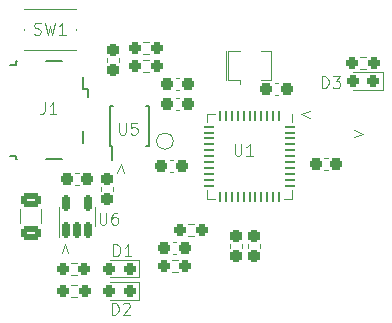
<source format=gto>
G04 #@! TF.GenerationSoftware,KiCad,Pcbnew,7.0.7*
G04 #@! TF.CreationDate,2023-10-21T10:48:55+02:00*
G04 #@! TF.ProjectId,halfduino,68616c66-6475-4696-9e6f-2e6b69636164,rev?*
G04 #@! TF.SameCoordinates,Original*
G04 #@! TF.FileFunction,Legend,Top*
G04 #@! TF.FilePolarity,Positive*
%FSLAX46Y46*%
G04 Gerber Fmt 4.6, Leading zero omitted, Abs format (unit mm)*
G04 Created by KiCad (PCBNEW 7.0.7) date 2023-10-21 10:48:55*
%MOMM*%
%LPD*%
G01*
G04 APERTURE LIST*
G04 Aperture macros list*
%AMRoundRect*
0 Rectangle with rounded corners*
0 $1 Rounding radius*
0 $2 $3 $4 $5 $6 $7 $8 $9 X,Y pos of 4 corners*
0 Add a 4 corners polygon primitive as box body*
4,1,4,$2,$3,$4,$5,$6,$7,$8,$9,$2,$3,0*
0 Add four circle primitives for the rounded corners*
1,1,$1+$1,$2,$3*
1,1,$1+$1,$4,$5*
1,1,$1+$1,$6,$7*
1,1,$1+$1,$8,$9*
0 Add four rect primitives between the rounded corners*
20,1,$1+$1,$2,$3,$4,$5,0*
20,1,$1+$1,$4,$5,$6,$7,0*
20,1,$1+$1,$6,$7,$8,$9,0*
20,1,$1+$1,$8,$9,$2,$3,0*%
G04 Aperture macros list end*
%ADD10C,0.125000*%
%ADD11C,0.120000*%
%ADD12C,0.150000*%
%ADD13C,1.000000*%
%ADD14O,1.000000X1.000000*%
%ADD15R,1.000000X1.000000*%
%ADD16RoundRect,0.062500X-0.062500X0.375000X-0.062500X-0.375000X0.062500X-0.375000X0.062500X0.375000X0*%
%ADD17RoundRect,0.062500X-0.375000X0.062500X-0.375000X-0.062500X0.375000X-0.062500X0.375000X0.062500X0*%
%ADD18RoundRect,0.237500X0.250000X0.237500X-0.250000X0.237500X-0.250000X-0.237500X0.250000X-0.237500X0*%
%ADD19RoundRect,0.237500X-0.300000X-0.237500X0.300000X-0.237500X0.300000X0.237500X-0.300000X0.237500X0*%
%ADD20RoundRect,0.237500X-0.250000X-0.237500X0.250000X-0.237500X0.250000X0.237500X-0.250000X0.237500X0*%
%ADD21RoundRect,0.237500X-0.237500X0.300000X-0.237500X-0.300000X0.237500X-0.300000X0.237500X0.300000X0*%
%ADD22RoundRect,0.237500X0.237500X-0.300000X0.237500X0.300000X-0.237500X0.300000X-0.237500X-0.300000X0*%
%ADD23RoundRect,0.237500X0.287500X0.237500X-0.287500X0.237500X-0.287500X-0.237500X0.287500X-0.237500X0*%
%ADD24RoundRect,0.237500X0.300000X0.237500X-0.300000X0.237500X-0.300000X-0.237500X0.300000X-0.237500X0*%
%ADD25RoundRect,0.250000X-0.625000X0.375000X-0.625000X-0.375000X0.625000X-0.375000X0.625000X0.375000X0*%
%ADD26O,0.800000X0.800000*%
%ADD27R,1.300000X0.450000*%
%ADD28O,1.800000X1.150000*%
%ADD29O,2.000000X1.450000*%
%ADD30R,0.300000X1.400000*%
%ADD31R,0.400000X1.900000*%
%ADD32RoundRect,0.150000X0.150000X-0.512500X0.150000X0.512500X-0.150000X0.512500X-0.150000X-0.512500X0*%
%ADD33R,1.050000X0.650000*%
G04 APERTURE END LIST*
D10*
X109280668Y-70391547D02*
X108518764Y-70105833D01*
X108518764Y-70105833D02*
X109280668Y-69820119D01*
X112969331Y-71467452D02*
X113731236Y-71753166D01*
X113731236Y-71753166D02*
X112969331Y-72038880D01*
X88231452Y-81848668D02*
X88517166Y-81086764D01*
X88517166Y-81086764D02*
X88802880Y-81848668D01*
X92930452Y-75117668D02*
X93216166Y-74355764D01*
X93216166Y-74355764D02*
X93501880Y-75117668D01*
X102870095Y-72608119D02*
X102870095Y-73417642D01*
X102870095Y-73417642D02*
X102917714Y-73512880D01*
X102917714Y-73512880D02*
X102965333Y-73560500D01*
X102965333Y-73560500D02*
X103060571Y-73608119D01*
X103060571Y-73608119D02*
X103251047Y-73608119D01*
X103251047Y-73608119D02*
X103346285Y-73560500D01*
X103346285Y-73560500D02*
X103393904Y-73512880D01*
X103393904Y-73512880D02*
X103441523Y-73417642D01*
X103441523Y-73417642D02*
X103441523Y-72608119D01*
X104441523Y-73608119D02*
X103870095Y-73608119D01*
X104155809Y-73608119D02*
X104155809Y-72608119D01*
X104155809Y-72608119D02*
X104060571Y-72750976D01*
X104060571Y-72750976D02*
X103965333Y-72846214D01*
X103965333Y-72846214D02*
X103870095Y-72893833D01*
X110259905Y-67893119D02*
X110259905Y-66893119D01*
X110259905Y-66893119D02*
X110498000Y-66893119D01*
X110498000Y-66893119D02*
X110640857Y-66940738D01*
X110640857Y-66940738D02*
X110736095Y-67035976D01*
X110736095Y-67035976D02*
X110783714Y-67131214D01*
X110783714Y-67131214D02*
X110831333Y-67321690D01*
X110831333Y-67321690D02*
X110831333Y-67464547D01*
X110831333Y-67464547D02*
X110783714Y-67655023D01*
X110783714Y-67655023D02*
X110736095Y-67750261D01*
X110736095Y-67750261D02*
X110640857Y-67845500D01*
X110640857Y-67845500D02*
X110498000Y-67893119D01*
X110498000Y-67893119D02*
X110259905Y-67893119D01*
X111164667Y-66893119D02*
X111783714Y-66893119D01*
X111783714Y-66893119D02*
X111450381Y-67274071D01*
X111450381Y-67274071D02*
X111593238Y-67274071D01*
X111593238Y-67274071D02*
X111688476Y-67321690D01*
X111688476Y-67321690D02*
X111736095Y-67369309D01*
X111736095Y-67369309D02*
X111783714Y-67464547D01*
X111783714Y-67464547D02*
X111783714Y-67702642D01*
X111783714Y-67702642D02*
X111736095Y-67797880D01*
X111736095Y-67797880D02*
X111688476Y-67845500D01*
X111688476Y-67845500D02*
X111593238Y-67893119D01*
X111593238Y-67893119D02*
X111307524Y-67893119D01*
X111307524Y-67893119D02*
X111212286Y-67845500D01*
X111212286Y-67845500D02*
X111164667Y-67797880D01*
X92606905Y-82117119D02*
X92606905Y-81117119D01*
X92606905Y-81117119D02*
X92845000Y-81117119D01*
X92845000Y-81117119D02*
X92987857Y-81164738D01*
X92987857Y-81164738D02*
X93083095Y-81259976D01*
X93083095Y-81259976D02*
X93130714Y-81355214D01*
X93130714Y-81355214D02*
X93178333Y-81545690D01*
X93178333Y-81545690D02*
X93178333Y-81688547D01*
X93178333Y-81688547D02*
X93130714Y-81879023D01*
X93130714Y-81879023D02*
X93083095Y-81974261D01*
X93083095Y-81974261D02*
X92987857Y-82069500D01*
X92987857Y-82069500D02*
X92845000Y-82117119D01*
X92845000Y-82117119D02*
X92606905Y-82117119D01*
X94130714Y-82117119D02*
X93559286Y-82117119D01*
X93845000Y-82117119D02*
X93845000Y-81117119D01*
X93845000Y-81117119D02*
X93749762Y-81259976D01*
X93749762Y-81259976D02*
X93654524Y-81355214D01*
X93654524Y-81355214D02*
X93559286Y-81402833D01*
X92479905Y-87070119D02*
X92479905Y-86070119D01*
X92479905Y-86070119D02*
X92718000Y-86070119D01*
X92718000Y-86070119D02*
X92860857Y-86117738D01*
X92860857Y-86117738D02*
X92956095Y-86212976D01*
X92956095Y-86212976D02*
X93003714Y-86308214D01*
X93003714Y-86308214D02*
X93051333Y-86498690D01*
X93051333Y-86498690D02*
X93051333Y-86641547D01*
X93051333Y-86641547D02*
X93003714Y-86832023D01*
X93003714Y-86832023D02*
X92956095Y-86927261D01*
X92956095Y-86927261D02*
X92860857Y-87022500D01*
X92860857Y-87022500D02*
X92718000Y-87070119D01*
X92718000Y-87070119D02*
X92479905Y-87070119D01*
X93432286Y-86165357D02*
X93479905Y-86117738D01*
X93479905Y-86117738D02*
X93575143Y-86070119D01*
X93575143Y-86070119D02*
X93813238Y-86070119D01*
X93813238Y-86070119D02*
X93908476Y-86117738D01*
X93908476Y-86117738D02*
X93956095Y-86165357D01*
X93956095Y-86165357D02*
X94003714Y-86260595D01*
X94003714Y-86260595D02*
X94003714Y-86355833D01*
X94003714Y-86355833D02*
X93956095Y-86498690D01*
X93956095Y-86498690D02*
X93384667Y-87070119D01*
X93384667Y-87070119D02*
X94003714Y-87070119D01*
X86788666Y-69094119D02*
X86788666Y-69808404D01*
X86788666Y-69808404D02*
X86741047Y-69951261D01*
X86741047Y-69951261D02*
X86645809Y-70046500D01*
X86645809Y-70046500D02*
X86502952Y-70094119D01*
X86502952Y-70094119D02*
X86407714Y-70094119D01*
X87788666Y-70094119D02*
X87217238Y-70094119D01*
X87502952Y-70094119D02*
X87502952Y-69094119D01*
X87502952Y-69094119D02*
X87407714Y-69236976D01*
X87407714Y-69236976D02*
X87312476Y-69332214D01*
X87312476Y-69332214D02*
X87217238Y-69379833D01*
X93091095Y-70830119D02*
X93091095Y-71639642D01*
X93091095Y-71639642D02*
X93138714Y-71734880D01*
X93138714Y-71734880D02*
X93186333Y-71782500D01*
X93186333Y-71782500D02*
X93281571Y-71830119D01*
X93281571Y-71830119D02*
X93472047Y-71830119D01*
X93472047Y-71830119D02*
X93567285Y-71782500D01*
X93567285Y-71782500D02*
X93614904Y-71734880D01*
X93614904Y-71734880D02*
X93662523Y-71639642D01*
X93662523Y-71639642D02*
X93662523Y-70830119D01*
X94614904Y-70830119D02*
X94138714Y-70830119D01*
X94138714Y-70830119D02*
X94091095Y-71306309D01*
X94091095Y-71306309D02*
X94138714Y-71258690D01*
X94138714Y-71258690D02*
X94233952Y-71211071D01*
X94233952Y-71211071D02*
X94472047Y-71211071D01*
X94472047Y-71211071D02*
X94567285Y-71258690D01*
X94567285Y-71258690D02*
X94614904Y-71306309D01*
X94614904Y-71306309D02*
X94662523Y-71401547D01*
X94662523Y-71401547D02*
X94662523Y-71639642D01*
X94662523Y-71639642D02*
X94614904Y-71734880D01*
X94614904Y-71734880D02*
X94567285Y-71782500D01*
X94567285Y-71782500D02*
X94472047Y-71830119D01*
X94472047Y-71830119D02*
X94233952Y-71830119D01*
X94233952Y-71830119D02*
X94138714Y-71782500D01*
X94138714Y-71782500D02*
X94091095Y-71734880D01*
X91440095Y-78450119D02*
X91440095Y-79259642D01*
X91440095Y-79259642D02*
X91487714Y-79354880D01*
X91487714Y-79354880D02*
X91535333Y-79402500D01*
X91535333Y-79402500D02*
X91630571Y-79450119D01*
X91630571Y-79450119D02*
X91821047Y-79450119D01*
X91821047Y-79450119D02*
X91916285Y-79402500D01*
X91916285Y-79402500D02*
X91963904Y-79354880D01*
X91963904Y-79354880D02*
X92011523Y-79259642D01*
X92011523Y-79259642D02*
X92011523Y-78450119D01*
X92916285Y-78450119D02*
X92725809Y-78450119D01*
X92725809Y-78450119D02*
X92630571Y-78497738D01*
X92630571Y-78497738D02*
X92582952Y-78545357D01*
X92582952Y-78545357D02*
X92487714Y-78688214D01*
X92487714Y-78688214D02*
X92440095Y-78878690D01*
X92440095Y-78878690D02*
X92440095Y-79259642D01*
X92440095Y-79259642D02*
X92487714Y-79354880D01*
X92487714Y-79354880D02*
X92535333Y-79402500D01*
X92535333Y-79402500D02*
X92630571Y-79450119D01*
X92630571Y-79450119D02*
X92821047Y-79450119D01*
X92821047Y-79450119D02*
X92916285Y-79402500D01*
X92916285Y-79402500D02*
X92963904Y-79354880D01*
X92963904Y-79354880D02*
X93011523Y-79259642D01*
X93011523Y-79259642D02*
X93011523Y-79021547D01*
X93011523Y-79021547D02*
X92963904Y-78926309D01*
X92963904Y-78926309D02*
X92916285Y-78878690D01*
X92916285Y-78878690D02*
X92821047Y-78831071D01*
X92821047Y-78831071D02*
X92630571Y-78831071D01*
X92630571Y-78831071D02*
X92535333Y-78878690D01*
X92535333Y-78878690D02*
X92487714Y-78926309D01*
X92487714Y-78926309D02*
X92440095Y-79021547D01*
X85915667Y-63315500D02*
X86058524Y-63363119D01*
X86058524Y-63363119D02*
X86296619Y-63363119D01*
X86296619Y-63363119D02*
X86391857Y-63315500D01*
X86391857Y-63315500D02*
X86439476Y-63267880D01*
X86439476Y-63267880D02*
X86487095Y-63172642D01*
X86487095Y-63172642D02*
X86487095Y-63077404D01*
X86487095Y-63077404D02*
X86439476Y-62982166D01*
X86439476Y-62982166D02*
X86391857Y-62934547D01*
X86391857Y-62934547D02*
X86296619Y-62886928D01*
X86296619Y-62886928D02*
X86106143Y-62839309D01*
X86106143Y-62839309D02*
X86010905Y-62791690D01*
X86010905Y-62791690D02*
X85963286Y-62744071D01*
X85963286Y-62744071D02*
X85915667Y-62648833D01*
X85915667Y-62648833D02*
X85915667Y-62553595D01*
X85915667Y-62553595D02*
X85963286Y-62458357D01*
X85963286Y-62458357D02*
X86010905Y-62410738D01*
X86010905Y-62410738D02*
X86106143Y-62363119D01*
X86106143Y-62363119D02*
X86344238Y-62363119D01*
X86344238Y-62363119D02*
X86487095Y-62410738D01*
X86820429Y-62363119D02*
X87058524Y-63363119D01*
X87058524Y-63363119D02*
X87249000Y-62648833D01*
X87249000Y-62648833D02*
X87439476Y-63363119D01*
X87439476Y-63363119D02*
X87677572Y-62363119D01*
X88582333Y-63363119D02*
X88010905Y-63363119D01*
X88296619Y-63363119D02*
X88296619Y-62363119D01*
X88296619Y-62363119D02*
X88201381Y-62505976D01*
X88201381Y-62505976D02*
X88106143Y-62601214D01*
X88106143Y-62601214D02*
X88010905Y-62648833D01*
D11*
X100530000Y-70050000D02*
X101255000Y-70050000D01*
X107750000Y-70775000D02*
X107750000Y-70050000D01*
X100530000Y-70775000D02*
X100530000Y-70050000D01*
X107750000Y-76545000D02*
X107750000Y-77270000D01*
X100530000Y-76545000D02*
X100530000Y-77270000D01*
X107750000Y-77270000D02*
X107025000Y-77270000D01*
X100530000Y-77270000D02*
X101255000Y-77270000D01*
X95631724Y-66562500D02*
X95122276Y-66562500D01*
X95631724Y-65517500D02*
X95122276Y-65517500D01*
X97897733Y-68705000D02*
X98190267Y-68705000D01*
X97897733Y-69725000D02*
X98190267Y-69725000D01*
X97535276Y-82408500D02*
X98044724Y-82408500D01*
X97535276Y-83453500D02*
X98044724Y-83453500D01*
X105031000Y-81133733D02*
X105031000Y-81426267D01*
X104011000Y-81133733D02*
X104011000Y-81426267D01*
X95631724Y-65038500D02*
X95122276Y-65038500D01*
X95631724Y-63993500D02*
X95122276Y-63993500D01*
X91565000Y-76600267D02*
X91565000Y-76307733D01*
X92585000Y-76600267D02*
X92585000Y-76307733D01*
X97643733Y-80897000D02*
X97936267Y-80897000D01*
X97643733Y-81917000D02*
X97936267Y-81917000D01*
X97897733Y-67054000D02*
X98190267Y-67054000D01*
X97897733Y-68074000D02*
X98190267Y-68074000D01*
X92073000Y-65678267D02*
X92073000Y-65385733D01*
X93093000Y-65678267D02*
X93093000Y-65385733D01*
X89040276Y-84567500D02*
X89549724Y-84567500D01*
X89040276Y-85612500D02*
X89549724Y-85612500D01*
X115401200Y-68045000D02*
X115401200Y-66575000D01*
X115401200Y-66575000D02*
X112941200Y-66575000D01*
X112941200Y-68045000D02*
X115401200Y-68045000D01*
X97682267Y-74982800D02*
X97389733Y-74982800D01*
X97682267Y-73962800D02*
X97389733Y-73962800D01*
X103507000Y-81133733D02*
X103507000Y-81426267D01*
X102487000Y-81133733D02*
X102487000Y-81426267D01*
X110470733Y-73785000D02*
X110763267Y-73785000D01*
X110470733Y-74805000D02*
X110763267Y-74805000D01*
X89388733Y-75055000D02*
X89681267Y-75055000D01*
X89388733Y-76075000D02*
X89681267Y-76075000D01*
X98908776Y-79360500D02*
X99418224Y-79360500D01*
X98908776Y-80405500D02*
X99418224Y-80405500D01*
X94765000Y-83920000D02*
X94765000Y-82450000D01*
X94765000Y-82450000D02*
X92305000Y-82450000D01*
X92305000Y-83920000D02*
X94765000Y-83920000D01*
X97677200Y-72390000D02*
G75*
G03*
X97677200Y-72390000I-700000J0D01*
G01*
X86508000Y-78137936D02*
X86508000Y-79342064D01*
X84688000Y-78137936D02*
X84688000Y-79342064D01*
X94765000Y-85825000D02*
X94765000Y-84355000D01*
X94765000Y-84355000D02*
X92305000Y-84355000D01*
X92305000Y-85825000D02*
X94765000Y-85825000D01*
D12*
X88280000Y-65615000D02*
X86880000Y-65615000D01*
X84480000Y-65615000D02*
X84330000Y-65615000D01*
X84330000Y-65615000D02*
X84330000Y-65915000D01*
X84330000Y-65915000D02*
X83880000Y-65915000D01*
X90455000Y-67965000D02*
X90030000Y-67965000D01*
X90030000Y-67965000D02*
X90030000Y-66965000D01*
X90455000Y-68690000D02*
X90455000Y-67965000D01*
X90030000Y-71565000D02*
X90030000Y-72565000D01*
X84330000Y-73615000D02*
X84330000Y-73915000D01*
X83880000Y-73615000D02*
X84330000Y-73615000D01*
X86880000Y-73915000D02*
X88280000Y-73915000D01*
X84330000Y-73915000D02*
X84480000Y-73915000D01*
X92305000Y-72774500D02*
X92530000Y-72774500D01*
X92305000Y-72774500D02*
X92305000Y-69424500D01*
X92530000Y-72774500D02*
X92530000Y-73999500D01*
X95655000Y-72774500D02*
X95355000Y-72774500D01*
X95655000Y-72774500D02*
X95655000Y-69424500D01*
X92305000Y-69424500D02*
X92605000Y-69424500D01*
X95655000Y-69424500D02*
X95355000Y-69424500D01*
D11*
X102140000Y-64772200D02*
X102140000Y-66772200D01*
X102140000Y-66772200D02*
X102140000Y-67172200D01*
X102340000Y-64772200D02*
X103340000Y-64772200D01*
X102340000Y-66772200D02*
X102340000Y-64772200D01*
X102340000Y-66772200D02*
X102340000Y-67172200D01*
X103340000Y-67172200D02*
X102340000Y-67172200D01*
X103340000Y-67172200D02*
X103340000Y-67572200D01*
X105140000Y-64772200D02*
X105940000Y-64772200D01*
X105940000Y-64772200D02*
X105940000Y-66772200D01*
X105940000Y-66772200D02*
X105940000Y-67172200D01*
X105940000Y-67172200D02*
X105140000Y-67172200D01*
X113486476Y-65263500D02*
X113995924Y-65263500D01*
X113486476Y-66308500D02*
X113995924Y-66308500D01*
X106279733Y-67435000D02*
X106572267Y-67435000D01*
X106279733Y-68455000D02*
X106572267Y-68455000D01*
X87975000Y-78740000D02*
X87975000Y-80540000D01*
X87975000Y-78740000D02*
X87975000Y-77940000D01*
X91095000Y-78740000D02*
X91095000Y-79540000D01*
X91095000Y-78740000D02*
X91095000Y-77940000D01*
X88993276Y-82662500D02*
X89502724Y-82662500D01*
X88993276Y-83707500D02*
X89502724Y-83707500D01*
X85049000Y-62957000D02*
X85049000Y-62857000D01*
X85049000Y-64657000D02*
X89449000Y-64657000D01*
X89449000Y-61157000D02*
X85049000Y-61157000D01*
X89449000Y-62957000D02*
X89449000Y-62857000D01*
%LPC*%
D13*
X97790000Y-86360000D03*
D14*
X99060000Y-86360000D03*
X100330000Y-86360000D03*
X101600000Y-86360000D03*
X102870000Y-86360000D03*
D15*
X104140000Y-86360000D03*
X105410000Y-86360000D03*
D14*
X106680000Y-86360000D03*
D16*
X106640000Y-70222500D03*
X106140000Y-70222500D03*
X105640000Y-70222500D03*
X105140000Y-70222500D03*
X104640000Y-70222500D03*
X104140000Y-70222500D03*
X103640000Y-70222500D03*
X103140000Y-70222500D03*
X102640000Y-70222500D03*
X102140000Y-70222500D03*
X101640000Y-70222500D03*
D17*
X100702500Y-71160000D03*
X100702500Y-71660000D03*
X100702500Y-72160000D03*
X100702500Y-72660000D03*
X100702500Y-73160000D03*
X100702500Y-73660000D03*
X100702500Y-74160000D03*
X100702500Y-74660000D03*
X100702500Y-75160000D03*
X100702500Y-75660000D03*
X100702500Y-76160000D03*
D16*
X101640000Y-77097500D03*
X102140000Y-77097500D03*
X102640000Y-77097500D03*
X103140000Y-77097500D03*
X103640000Y-77097500D03*
X104140000Y-77097500D03*
X104640000Y-77097500D03*
X105140000Y-77097500D03*
X105640000Y-77097500D03*
X106140000Y-77097500D03*
X106640000Y-77097500D03*
D17*
X107577500Y-76160000D03*
X107577500Y-75660000D03*
X107577500Y-75160000D03*
X107577500Y-74660000D03*
X107577500Y-74160000D03*
X107577500Y-73660000D03*
X107577500Y-73160000D03*
X107577500Y-72660000D03*
X107577500Y-72160000D03*
X107577500Y-71660000D03*
X107577500Y-71160000D03*
D18*
X96289500Y-66040000D03*
X94464500Y-66040000D03*
D19*
X97181500Y-69215000D03*
X98906500Y-69215000D03*
D20*
X96877500Y-82931000D03*
X98702500Y-82931000D03*
D21*
X104521000Y-80417500D03*
X104521000Y-82142500D03*
D18*
X96289500Y-64516000D03*
X94464500Y-64516000D03*
D14*
X93218000Y-62230000D03*
X94488000Y-62230000D03*
X95758000Y-62230000D03*
D15*
X97028000Y-62230000D03*
D14*
X98298000Y-62230000D03*
X99568000Y-62230000D03*
X100838000Y-62230000D03*
X102108000Y-62230000D03*
X103378000Y-62230000D03*
X104648000Y-62230000D03*
D22*
X92075000Y-77316500D03*
X92075000Y-75591500D03*
D19*
X96927500Y-81407000D03*
X98652500Y-81407000D03*
X97181500Y-67564000D03*
X98906500Y-67564000D03*
D22*
X92583000Y-66394500D03*
X92583000Y-64669500D03*
D20*
X88382500Y-85090000D03*
X90207500Y-85090000D03*
D23*
X114616200Y-67310000D03*
X112866200Y-67310000D03*
D24*
X98398500Y-74472800D03*
X96673500Y-74472800D03*
D21*
X102997000Y-80417500D03*
X102997000Y-82142500D03*
D19*
X109754500Y-74295000D03*
X111479500Y-74295000D03*
X88672500Y-75565000D03*
X90397500Y-75565000D03*
D13*
X115697000Y-72390000D03*
D14*
X116967000Y-72390000D03*
X115697000Y-73660000D03*
X116967000Y-73660000D03*
X115697000Y-74930000D03*
D15*
X116967000Y-74930000D03*
D20*
X98251000Y-79883000D03*
X100076000Y-79883000D03*
D23*
X93980000Y-83185000D03*
X92230000Y-83185000D03*
D13*
X109220000Y-86360000D03*
D14*
X110490000Y-86360000D03*
X111760000Y-86360000D03*
X113030000Y-86360000D03*
X114300000Y-86360000D03*
X115570000Y-86360000D03*
D13*
X96977200Y-72390000D03*
D25*
X85598000Y-77340000D03*
X85598000Y-80140000D03*
D23*
X93980000Y-85090000D03*
X92230000Y-85090000D03*
D26*
X88430000Y-67265000D03*
X88430000Y-72265000D03*
D27*
X89530000Y-68465000D03*
X89530000Y-69115000D03*
X89530000Y-69765000D03*
X89530000Y-70415000D03*
X89530000Y-71065000D03*
D28*
X85680000Y-65890000D03*
D29*
X89480000Y-66040000D03*
X89480000Y-73490000D03*
D28*
X85680000Y-73640000D03*
D30*
X92980000Y-73299500D03*
X93480000Y-73299500D03*
X93980000Y-73299500D03*
X94480000Y-73299500D03*
X94980000Y-73299500D03*
X94980000Y-68899500D03*
X94480000Y-68899500D03*
X93980000Y-68899500D03*
X93480000Y-68899500D03*
X92980000Y-68899500D03*
D31*
X102940000Y-65972200D03*
X104140000Y-65972200D03*
X105340000Y-65972200D03*
D20*
X112828700Y-65786000D03*
X114653700Y-65786000D03*
D19*
X105563500Y-67945000D03*
X107288500Y-67945000D03*
D32*
X88585000Y-79877500D03*
X89535000Y-79877500D03*
X90485000Y-79877500D03*
X90485000Y-77602500D03*
X88585000Y-77602500D03*
D14*
X106680000Y-62230000D03*
X107950000Y-62230000D03*
X109220000Y-62230000D03*
X110490000Y-62230000D03*
X111760000Y-62230000D03*
X113030000Y-62230000D03*
X114300000Y-62230000D03*
X115570000Y-62230000D03*
D20*
X88335500Y-83185000D03*
X90160500Y-83185000D03*
D33*
X85174000Y-61832000D03*
X89324000Y-61832000D03*
X85174000Y-63982000D03*
X89299000Y-63982000D03*
%LPD*%
M02*

</source>
